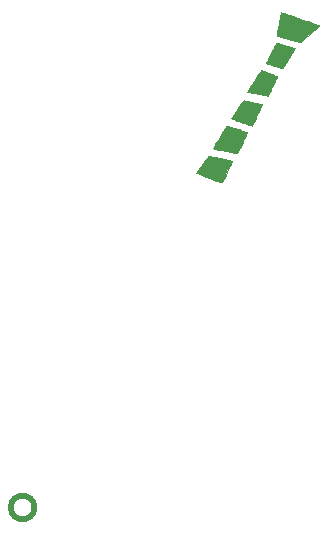
<source format=gbr>
G04 #@! TF.GenerationSoftware,KiCad,Pcbnew,(5.1.2-1)-1*
G04 #@! TF.CreationDate,2019-06-10T18:00:08-04:00*
G04 #@! TF.ProjectId,dc4044,64633430-3434-42e6-9b69-6361645f7063,rev?*
G04 #@! TF.SameCoordinates,Original*
G04 #@! TF.FileFunction,Legend,Top*
G04 #@! TF.FilePolarity,Positive*
%FSLAX46Y46*%
G04 Gerber Fmt 4.6, Leading zero omitted, Abs format (unit mm)*
G04 Created by KiCad (PCBNEW (5.1.2-1)-1) date 2019-06-10 18:00:08*
%MOMM*%
%LPD*%
G04 APERTURE LIST*
%ADD10C,0.010000*%
%ADD11C,0.500000*%
%ADD12C,2.127200*%
%ADD13O,2.127200X2.127200*%
%ADD14R,2.127200X2.127200*%
G04 APERTURE END LIST*
D10*
G36*
X176770158Y-91645627D02*
G01*
X176834609Y-91659623D01*
X176932017Y-91680432D01*
X177058137Y-91707158D01*
X177208722Y-91738902D01*
X177379527Y-91774768D01*
X177566307Y-91813858D01*
X177750046Y-91852198D01*
X177946663Y-91893280D01*
X178130258Y-91931859D01*
X178296742Y-91967059D01*
X178442024Y-91998007D01*
X178562016Y-92023826D01*
X178652627Y-92043642D01*
X178709768Y-92056579D01*
X178729328Y-92061706D01*
X178721991Y-92081637D01*
X178698293Y-92136099D01*
X178659953Y-92221343D01*
X178608691Y-92333622D01*
X178546226Y-92469188D01*
X178474279Y-92624294D01*
X178394569Y-92795192D01*
X178308817Y-92978135D01*
X178307266Y-92981436D01*
X178192409Y-93224516D01*
X178094295Y-93429250D01*
X178012703Y-93596077D01*
X177947409Y-93725438D01*
X177898192Y-93817772D01*
X177864830Y-93873519D01*
X177847101Y-93893117D01*
X177846567Y-93893155D01*
X177821246Y-93885595D01*
X177760157Y-93864282D01*
X177667062Y-93830613D01*
X177545724Y-93785981D01*
X177399904Y-93731783D01*
X177233365Y-93669412D01*
X177049870Y-93600265D01*
X176853180Y-93525736D01*
X176756484Y-93488954D01*
X176555722Y-93412428D01*
X176367162Y-93340432D01*
X176194456Y-93274367D01*
X176041258Y-93215638D01*
X175911221Y-93165647D01*
X175807998Y-93125798D01*
X175735244Y-93097495D01*
X175696611Y-93082140D01*
X175691241Y-93079766D01*
X175701587Y-93061784D01*
X175733990Y-93012927D01*
X175785951Y-92936802D01*
X175854970Y-92837014D01*
X175938545Y-92717171D01*
X176034176Y-92580879D01*
X176139363Y-92431745D01*
X176196252Y-92351382D01*
X176330752Y-92162369D01*
X176443107Y-92006232D01*
X176534959Y-91880831D01*
X176607952Y-91784025D01*
X176663730Y-91713673D01*
X176703935Y-91667634D01*
X176730212Y-91643769D01*
X176742910Y-91639343D01*
X176770158Y-91645627D01*
X176770158Y-91645627D01*
G37*
X176770158Y-91645627D02*
X176834609Y-91659623D01*
X176932017Y-91680432D01*
X177058137Y-91707158D01*
X177208722Y-91738902D01*
X177379527Y-91774768D01*
X177566307Y-91813858D01*
X177750046Y-91852198D01*
X177946663Y-91893280D01*
X178130258Y-91931859D01*
X178296742Y-91967059D01*
X178442024Y-91998007D01*
X178562016Y-92023826D01*
X178652627Y-92043642D01*
X178709768Y-92056579D01*
X178729328Y-92061706D01*
X178721991Y-92081637D01*
X178698293Y-92136099D01*
X178659953Y-92221343D01*
X178608691Y-92333622D01*
X178546226Y-92469188D01*
X178474279Y-92624294D01*
X178394569Y-92795192D01*
X178308817Y-92978135D01*
X178307266Y-92981436D01*
X178192409Y-93224516D01*
X178094295Y-93429250D01*
X178012703Y-93596077D01*
X177947409Y-93725438D01*
X177898192Y-93817772D01*
X177864830Y-93873519D01*
X177847101Y-93893117D01*
X177846567Y-93893155D01*
X177821246Y-93885595D01*
X177760157Y-93864282D01*
X177667062Y-93830613D01*
X177545724Y-93785981D01*
X177399904Y-93731783D01*
X177233365Y-93669412D01*
X177049870Y-93600265D01*
X176853180Y-93525736D01*
X176756484Y-93488954D01*
X176555722Y-93412428D01*
X176367162Y-93340432D01*
X176194456Y-93274367D01*
X176041258Y-93215638D01*
X175911221Y-93165647D01*
X175807998Y-93125798D01*
X175735244Y-93097495D01*
X175696611Y-93082140D01*
X175691241Y-93079766D01*
X175701587Y-93061784D01*
X175733990Y-93012927D01*
X175785951Y-92936802D01*
X175854970Y-92837014D01*
X175938545Y-92717171D01*
X176034176Y-92580879D01*
X176139363Y-92431745D01*
X176196252Y-92351382D01*
X176330752Y-92162369D01*
X176443107Y-92006232D01*
X176534959Y-91880831D01*
X176607952Y-91784025D01*
X176663730Y-91713673D01*
X176703935Y-91667634D01*
X176730212Y-91643769D01*
X176742910Y-91639343D01*
X176770158Y-91645627D01*
G36*
X178277652Y-89081129D02*
G01*
X178332843Y-89098133D01*
X178418201Y-89125230D01*
X178528729Y-89160776D01*
X178659426Y-89203128D01*
X178805297Y-89250643D01*
X178961341Y-89301679D01*
X179122561Y-89354591D01*
X179283958Y-89407736D01*
X179440535Y-89459472D01*
X179587293Y-89508154D01*
X179719234Y-89552140D01*
X179831359Y-89589787D01*
X179918671Y-89619451D01*
X179976171Y-89639489D01*
X179998861Y-89648258D01*
X179998970Y-89648348D01*
X179992934Y-89669496D01*
X179970482Y-89724085D01*
X179933798Y-89807523D01*
X179885063Y-89915223D01*
X179826461Y-90042594D01*
X179760174Y-90185046D01*
X179688383Y-90337991D01*
X179613272Y-90496838D01*
X179537024Y-90656998D01*
X179461820Y-90813882D01*
X179389843Y-90962899D01*
X179323275Y-91099461D01*
X179264299Y-91218978D01*
X179215098Y-91316860D01*
X179177853Y-91388518D01*
X179154748Y-91429362D01*
X179148317Y-91437211D01*
X179123981Y-91432638D01*
X179062291Y-91420186D01*
X178967315Y-91400698D01*
X178843125Y-91375018D01*
X178693791Y-91343991D01*
X178523381Y-91308460D01*
X178335967Y-91269269D01*
X178135618Y-91227263D01*
X178111150Y-91222126D01*
X177910122Y-91179855D01*
X177722048Y-91140199D01*
X177550923Y-91104009D01*
X177400741Y-91072134D01*
X177275494Y-91045423D01*
X177179178Y-91024727D01*
X177115785Y-91010895D01*
X177089311Y-91004778D01*
X177088788Y-91004593D01*
X177098647Y-90986702D01*
X177128082Y-90936708D01*
X177174639Y-90858656D01*
X177235865Y-90756595D01*
X177309308Y-90634571D01*
X177392516Y-90496631D01*
X177483036Y-90346823D01*
X177578415Y-90189193D01*
X177676200Y-90027789D01*
X177773939Y-89866658D01*
X177869180Y-89709846D01*
X177959470Y-89561402D01*
X178042356Y-89425371D01*
X178115385Y-89305802D01*
X178176106Y-89206741D01*
X178222065Y-89132235D01*
X178250809Y-89086331D01*
X178257625Y-89075862D01*
X178277652Y-89081129D01*
X178277652Y-89081129D01*
G37*
X178277652Y-89081129D02*
X178332843Y-89098133D01*
X178418201Y-89125230D01*
X178528729Y-89160776D01*
X178659426Y-89203128D01*
X178805297Y-89250643D01*
X178961341Y-89301679D01*
X179122561Y-89354591D01*
X179283958Y-89407736D01*
X179440535Y-89459472D01*
X179587293Y-89508154D01*
X179719234Y-89552140D01*
X179831359Y-89589787D01*
X179918671Y-89619451D01*
X179976171Y-89639489D01*
X179998861Y-89648258D01*
X179998970Y-89648348D01*
X179992934Y-89669496D01*
X179970482Y-89724085D01*
X179933798Y-89807523D01*
X179885063Y-89915223D01*
X179826461Y-90042594D01*
X179760174Y-90185046D01*
X179688383Y-90337991D01*
X179613272Y-90496838D01*
X179537024Y-90656998D01*
X179461820Y-90813882D01*
X179389843Y-90962899D01*
X179323275Y-91099461D01*
X179264299Y-91218978D01*
X179215098Y-91316860D01*
X179177853Y-91388518D01*
X179154748Y-91429362D01*
X179148317Y-91437211D01*
X179123981Y-91432638D01*
X179062291Y-91420186D01*
X178967315Y-91400698D01*
X178843125Y-91375018D01*
X178693791Y-91343991D01*
X178523381Y-91308460D01*
X178335967Y-91269269D01*
X178135618Y-91227263D01*
X178111150Y-91222126D01*
X177910122Y-91179855D01*
X177722048Y-91140199D01*
X177550923Y-91104009D01*
X177400741Y-91072134D01*
X177275494Y-91045423D01*
X177179178Y-91024727D01*
X177115785Y-91010895D01*
X177089311Y-91004778D01*
X177088788Y-91004593D01*
X177098647Y-90986702D01*
X177128082Y-90936708D01*
X177174639Y-90858656D01*
X177235865Y-90756595D01*
X177309308Y-90634571D01*
X177392516Y-90496631D01*
X177483036Y-90346823D01*
X177578415Y-90189193D01*
X177676200Y-90027789D01*
X177773939Y-89866658D01*
X177869180Y-89709846D01*
X177959470Y-89561402D01*
X178042356Y-89425371D01*
X178115385Y-89305802D01*
X178176106Y-89206741D01*
X178222065Y-89132235D01*
X178250809Y-89086331D01*
X178257625Y-89075862D01*
X178277652Y-89081129D01*
G36*
X179721156Y-86944660D02*
G01*
X179782304Y-86954275D01*
X179873299Y-86971368D01*
X179988500Y-86994663D01*
X180122268Y-87022886D01*
X180268961Y-87054760D01*
X180422938Y-87089011D01*
X180578560Y-87124364D01*
X180730184Y-87159544D01*
X180872172Y-87193275D01*
X180998881Y-87224283D01*
X181104672Y-87251292D01*
X181183903Y-87273027D01*
X181230935Y-87288214D01*
X181240826Y-87293127D01*
X181234341Y-87313419D01*
X181211697Y-87367284D01*
X181175050Y-87450130D01*
X181126557Y-87557365D01*
X181068375Y-87684396D01*
X181002660Y-87826630D01*
X180931569Y-87979475D01*
X180857260Y-88138339D01*
X180781888Y-88298630D01*
X180707611Y-88455754D01*
X180636585Y-88605120D01*
X180570968Y-88742135D01*
X180512915Y-88862207D01*
X180464585Y-88960742D01*
X180428133Y-89033150D01*
X180405716Y-89074838D01*
X180400281Y-89082889D01*
X180380273Y-89076862D01*
X180324280Y-89058426D01*
X180236346Y-89028950D01*
X180120516Y-88989804D01*
X179980831Y-88942357D01*
X179821337Y-88887979D01*
X179646077Y-88828039D01*
X179510052Y-88781402D01*
X179325653Y-88718036D01*
X179153981Y-88658891D01*
X178999096Y-88605378D01*
X178865060Y-88558907D01*
X178755936Y-88520887D01*
X178675783Y-88492731D01*
X178628665Y-88475847D01*
X178617465Y-88471454D01*
X178627480Y-88453143D01*
X178659155Y-88404684D01*
X178709486Y-88330332D01*
X178775471Y-88234344D01*
X178854103Y-88120978D01*
X178942380Y-87994490D01*
X179037298Y-87859136D01*
X179135852Y-87719175D01*
X179235040Y-87578862D01*
X179331855Y-87442454D01*
X179423296Y-87314209D01*
X179506357Y-87198382D01*
X179578036Y-87099232D01*
X179635327Y-87021015D01*
X179675227Y-86967987D01*
X179694732Y-86944405D01*
X179695497Y-86943796D01*
X179721156Y-86944660D01*
X179721156Y-86944660D01*
G37*
X179721156Y-86944660D02*
X179782304Y-86954275D01*
X179873299Y-86971368D01*
X179988500Y-86994663D01*
X180122268Y-87022886D01*
X180268961Y-87054760D01*
X180422938Y-87089011D01*
X180578560Y-87124364D01*
X180730184Y-87159544D01*
X180872172Y-87193275D01*
X180998881Y-87224283D01*
X181104672Y-87251292D01*
X181183903Y-87273027D01*
X181230935Y-87288214D01*
X181240826Y-87293127D01*
X181234341Y-87313419D01*
X181211697Y-87367284D01*
X181175050Y-87450130D01*
X181126557Y-87557365D01*
X181068375Y-87684396D01*
X181002660Y-87826630D01*
X180931569Y-87979475D01*
X180857260Y-88138339D01*
X180781888Y-88298630D01*
X180707611Y-88455754D01*
X180636585Y-88605120D01*
X180570968Y-88742135D01*
X180512915Y-88862207D01*
X180464585Y-88960742D01*
X180428133Y-89033150D01*
X180405716Y-89074838D01*
X180400281Y-89082889D01*
X180380273Y-89076862D01*
X180324280Y-89058426D01*
X180236346Y-89028950D01*
X180120516Y-88989804D01*
X179980831Y-88942357D01*
X179821337Y-88887979D01*
X179646077Y-88828039D01*
X179510052Y-88781402D01*
X179325653Y-88718036D01*
X179153981Y-88658891D01*
X178999096Y-88605378D01*
X178865060Y-88558907D01*
X178755936Y-88520887D01*
X178675783Y-88492731D01*
X178628665Y-88475847D01*
X178617465Y-88471454D01*
X178627480Y-88453143D01*
X178659155Y-88404684D01*
X178709486Y-88330332D01*
X178775471Y-88234344D01*
X178854103Y-88120978D01*
X178942380Y-87994490D01*
X179037298Y-87859136D01*
X179135852Y-87719175D01*
X179235040Y-87578862D01*
X179331855Y-87442454D01*
X179423296Y-87314209D01*
X179506357Y-87198382D01*
X179578036Y-87099232D01*
X179635327Y-87021015D01*
X179675227Y-86967987D01*
X179694732Y-86944405D01*
X179695497Y-86943796D01*
X179721156Y-86944660D01*
G36*
X181211023Y-84381140D02*
G01*
X181268733Y-84401255D01*
X181356378Y-84433585D01*
X181469279Y-84476360D01*
X181602756Y-84527813D01*
X181752131Y-84586176D01*
X181870090Y-84632750D01*
X182077869Y-84716011D01*
X182246023Y-84785307D01*
X182374843Y-84840767D01*
X182464624Y-84882521D01*
X182515658Y-84910699D01*
X182528738Y-84924410D01*
X182517993Y-84951115D01*
X182491310Y-85010055D01*
X182451008Y-85096457D01*
X182399400Y-85205546D01*
X182338804Y-85332549D01*
X182271534Y-85472692D01*
X182199907Y-85621201D01*
X182126237Y-85773303D01*
X182052842Y-85924224D01*
X181982036Y-86069189D01*
X181916135Y-86203425D01*
X181857455Y-86322158D01*
X181808312Y-86420615D01*
X181771020Y-86494021D01*
X181747897Y-86537603D01*
X181741234Y-86547844D01*
X181718831Y-86543481D01*
X181659317Y-86531909D01*
X181567137Y-86513992D01*
X181446735Y-86490594D01*
X181302558Y-86462579D01*
X181139049Y-86430810D01*
X180960654Y-86396151D01*
X180889238Y-86382277D01*
X180706157Y-86346459D01*
X180536168Y-86312723D01*
X180383739Y-86281989D01*
X180253334Y-86255179D01*
X180149418Y-86233216D01*
X180076456Y-86217022D01*
X180038914Y-86207518D01*
X180034866Y-86205854D01*
X180031484Y-86202969D01*
X180029385Y-86199337D01*
X180030287Y-86192148D01*
X180035911Y-86178591D01*
X180047973Y-86155855D01*
X180068194Y-86121128D01*
X180098293Y-86071598D01*
X180139988Y-86004455D01*
X180194997Y-85916888D01*
X180265041Y-85806084D01*
X180351838Y-85669233D01*
X180457107Y-85503524D01*
X180582567Y-85306144D01*
X180645958Y-85206417D01*
X180753204Y-85038136D01*
X180853815Y-84881125D01*
X180945472Y-84738943D01*
X181025852Y-84615152D01*
X181092636Y-84513311D01*
X181143501Y-84436982D01*
X181176127Y-84389725D01*
X181187928Y-84375006D01*
X181211023Y-84381140D01*
X181211023Y-84381140D01*
G37*
X181211023Y-84381140D02*
X181268733Y-84401255D01*
X181356378Y-84433585D01*
X181469279Y-84476360D01*
X181602756Y-84527813D01*
X181752131Y-84586176D01*
X181870090Y-84632750D01*
X182077869Y-84716011D01*
X182246023Y-84785307D01*
X182374843Y-84840767D01*
X182464624Y-84882521D01*
X182515658Y-84910699D01*
X182528738Y-84924410D01*
X182517993Y-84951115D01*
X182491310Y-85010055D01*
X182451008Y-85096457D01*
X182399400Y-85205546D01*
X182338804Y-85332549D01*
X182271534Y-85472692D01*
X182199907Y-85621201D01*
X182126237Y-85773303D01*
X182052842Y-85924224D01*
X181982036Y-86069189D01*
X181916135Y-86203425D01*
X181857455Y-86322158D01*
X181808312Y-86420615D01*
X181771020Y-86494021D01*
X181747897Y-86537603D01*
X181741234Y-86547844D01*
X181718831Y-86543481D01*
X181659317Y-86531909D01*
X181567137Y-86513992D01*
X181446735Y-86490594D01*
X181302558Y-86462579D01*
X181139049Y-86430810D01*
X180960654Y-86396151D01*
X180889238Y-86382277D01*
X180706157Y-86346459D01*
X180536168Y-86312723D01*
X180383739Y-86281989D01*
X180253334Y-86255179D01*
X180149418Y-86233216D01*
X180076456Y-86217022D01*
X180038914Y-86207518D01*
X180034866Y-86205854D01*
X180031484Y-86202969D01*
X180029385Y-86199337D01*
X180030287Y-86192148D01*
X180035911Y-86178591D01*
X180047973Y-86155855D01*
X180068194Y-86121128D01*
X180098293Y-86071598D01*
X180139988Y-86004455D01*
X180194997Y-85916888D01*
X180265041Y-85806084D01*
X180351838Y-85669233D01*
X180457107Y-85503524D01*
X180582567Y-85306144D01*
X180645958Y-85206417D01*
X180753204Y-85038136D01*
X180853815Y-84881125D01*
X180945472Y-84738943D01*
X181025852Y-84615152D01*
X181092636Y-84513311D01*
X181143501Y-84436982D01*
X181176127Y-84389725D01*
X181187928Y-84375006D01*
X181211023Y-84381140D01*
G36*
X182484596Y-82078937D02*
G01*
X182542280Y-82091950D01*
X182629696Y-82114121D01*
X182741453Y-82143899D01*
X182872157Y-82179731D01*
X183016416Y-82220065D01*
X183168836Y-82263349D01*
X183324026Y-82308032D01*
X183476592Y-82352561D01*
X183621142Y-82395384D01*
X183752282Y-82434950D01*
X183864620Y-82469706D01*
X183952763Y-82498101D01*
X184011319Y-82518583D01*
X184034482Y-82529156D01*
X184026150Y-82548655D01*
X183997786Y-82599568D01*
X183952071Y-82677586D01*
X183891685Y-82778399D01*
X183819309Y-82897697D01*
X183737623Y-83031169D01*
X183649309Y-83174507D01*
X183557046Y-83323399D01*
X183463516Y-83473537D01*
X183371399Y-83620609D01*
X183283375Y-83760306D01*
X183202125Y-83888318D01*
X183130330Y-84000335D01*
X183070671Y-84092048D01*
X183025827Y-84159145D01*
X182998480Y-84197317D01*
X182993206Y-84203368D01*
X182970405Y-84200611D01*
X182911816Y-84186922D01*
X182822184Y-84163593D01*
X182706250Y-84131914D01*
X182568759Y-84093177D01*
X182414452Y-84048674D01*
X182280984Y-84009460D01*
X182099173Y-83954905D01*
X181939645Y-83905606D01*
X181805776Y-83862685D01*
X181700937Y-83827264D01*
X181628504Y-83800465D01*
X181591849Y-83783409D01*
X181587953Y-83779018D01*
X181598664Y-83755120D01*
X181626457Y-83698357D01*
X181668924Y-83613417D01*
X181723660Y-83504985D01*
X181788259Y-83377746D01*
X181860315Y-83236387D01*
X181937422Y-83085593D01*
X182017175Y-82930050D01*
X182097167Y-82774443D01*
X182174993Y-82623459D01*
X182248247Y-82481782D01*
X182314523Y-82354099D01*
X182371414Y-82245096D01*
X182416516Y-82159457D01*
X182447422Y-82101870D01*
X182461727Y-82077019D01*
X182462038Y-82076633D01*
X182484596Y-82078937D01*
X182484596Y-82078937D01*
G37*
X182484596Y-82078937D02*
X182542280Y-82091950D01*
X182629696Y-82114121D01*
X182741453Y-82143899D01*
X182872157Y-82179731D01*
X183016416Y-82220065D01*
X183168836Y-82263349D01*
X183324026Y-82308032D01*
X183476592Y-82352561D01*
X183621142Y-82395384D01*
X183752282Y-82434950D01*
X183864620Y-82469706D01*
X183952763Y-82498101D01*
X184011319Y-82518583D01*
X184034482Y-82529156D01*
X184026150Y-82548655D01*
X183997786Y-82599568D01*
X183952071Y-82677586D01*
X183891685Y-82778399D01*
X183819309Y-82897697D01*
X183737623Y-83031169D01*
X183649309Y-83174507D01*
X183557046Y-83323399D01*
X183463516Y-83473537D01*
X183371399Y-83620609D01*
X183283375Y-83760306D01*
X183202125Y-83888318D01*
X183130330Y-84000335D01*
X183070671Y-84092048D01*
X183025827Y-84159145D01*
X182998480Y-84197317D01*
X182993206Y-84203368D01*
X182970405Y-84200611D01*
X182911816Y-84186922D01*
X182822184Y-84163593D01*
X182706250Y-84131914D01*
X182568759Y-84093177D01*
X182414452Y-84048674D01*
X182280984Y-84009460D01*
X182099173Y-83954905D01*
X181939645Y-83905606D01*
X181805776Y-83862685D01*
X181700937Y-83827264D01*
X181628504Y-83800465D01*
X181591849Y-83783409D01*
X181587953Y-83779018D01*
X181598664Y-83755120D01*
X181626457Y-83698357D01*
X181668924Y-83613417D01*
X181723660Y-83504985D01*
X181788259Y-83377746D01*
X181860315Y-83236387D01*
X181937422Y-83085593D01*
X182017175Y-82930050D01*
X182097167Y-82774443D01*
X182174993Y-82623459D01*
X182248247Y-82481782D01*
X182314523Y-82354099D01*
X182371414Y-82245096D01*
X182416516Y-82159457D01*
X182447422Y-82101870D01*
X182461727Y-82077019D01*
X182462038Y-82076633D01*
X182484596Y-82078937D01*
G36*
X182888581Y-79503144D02*
G01*
X182945213Y-79520188D01*
X183034589Y-79548597D01*
X183153076Y-79587134D01*
X183297041Y-79634564D01*
X183462851Y-79689653D01*
X183646874Y-79751166D01*
X183845477Y-79817867D01*
X184055027Y-79888521D01*
X184271891Y-79961894D01*
X184492436Y-80036751D01*
X184713031Y-80111856D01*
X184930041Y-80185974D01*
X185139835Y-80257871D01*
X185338779Y-80326311D01*
X185523241Y-80390060D01*
X185689588Y-80447882D01*
X185834187Y-80498542D01*
X185953405Y-80540806D01*
X186043610Y-80573438D01*
X186101169Y-80595203D01*
X186122449Y-80604867D01*
X186122495Y-80605003D01*
X186117886Y-80611228D01*
X186102848Y-80626214D01*
X186075694Y-80651434D01*
X186034736Y-80688360D01*
X185978286Y-80738467D01*
X185904656Y-80803227D01*
X185812161Y-80884113D01*
X185699110Y-80982599D01*
X185563819Y-81100157D01*
X185404597Y-81238261D01*
X185219759Y-81398385D01*
X185007617Y-81582000D01*
X184766483Y-81790581D01*
X184546337Y-81980932D01*
X184482317Y-82036280D01*
X183494076Y-81758682D01*
X183297212Y-81703209D01*
X183112942Y-81650951D01*
X182945248Y-81603059D01*
X182798111Y-81560687D01*
X182675512Y-81524988D01*
X182581432Y-81497115D01*
X182519852Y-81478219D01*
X182494754Y-81469455D01*
X182494444Y-81469228D01*
X182496727Y-81447596D01*
X182506186Y-81389377D01*
X182521881Y-81299529D01*
X182542870Y-81183014D01*
X182568212Y-81044790D01*
X182596966Y-80889819D01*
X182628191Y-80723059D01*
X182660947Y-80549471D01*
X182694291Y-80374014D01*
X182727282Y-80201650D01*
X182758981Y-80037337D01*
X182788445Y-79886035D01*
X182814733Y-79752705D01*
X182836905Y-79642306D01*
X182854020Y-79559799D01*
X182865135Y-79510143D01*
X182868326Y-79498698D01*
X182888581Y-79503144D01*
X182888581Y-79503144D01*
G37*
X182888581Y-79503144D02*
X182945213Y-79520188D01*
X183034589Y-79548597D01*
X183153076Y-79587134D01*
X183297041Y-79634564D01*
X183462851Y-79689653D01*
X183646874Y-79751166D01*
X183845477Y-79817867D01*
X184055027Y-79888521D01*
X184271891Y-79961894D01*
X184492436Y-80036751D01*
X184713031Y-80111856D01*
X184930041Y-80185974D01*
X185139835Y-80257871D01*
X185338779Y-80326311D01*
X185523241Y-80390060D01*
X185689588Y-80447882D01*
X185834187Y-80498542D01*
X185953405Y-80540806D01*
X186043610Y-80573438D01*
X186101169Y-80595203D01*
X186122449Y-80604867D01*
X186122495Y-80605003D01*
X186117886Y-80611228D01*
X186102848Y-80626214D01*
X186075694Y-80651434D01*
X186034736Y-80688360D01*
X185978286Y-80738467D01*
X185904656Y-80803227D01*
X185812161Y-80884113D01*
X185699110Y-80982599D01*
X185563819Y-81100157D01*
X185404597Y-81238261D01*
X185219759Y-81398385D01*
X185007617Y-81582000D01*
X184766483Y-81790581D01*
X184546337Y-81980932D01*
X184482317Y-82036280D01*
X183494076Y-81758682D01*
X183297212Y-81703209D01*
X183112942Y-81650951D01*
X182945248Y-81603059D01*
X182798111Y-81560687D01*
X182675512Y-81524988D01*
X182581432Y-81497115D01*
X182519852Y-81478219D01*
X182494754Y-81469455D01*
X182494444Y-81469228D01*
X182496727Y-81447596D01*
X182506186Y-81389377D01*
X182521881Y-81299529D01*
X182542870Y-81183014D01*
X182568212Y-81044790D01*
X182596966Y-80889819D01*
X182628191Y-80723059D01*
X182660947Y-80549471D01*
X182694291Y-80374014D01*
X182727282Y-80201650D01*
X182758981Y-80037337D01*
X182788445Y-79886035D01*
X182814733Y-79752705D01*
X182836905Y-79642306D01*
X182854020Y-79559799D01*
X182865135Y-79510143D01*
X182868326Y-79498698D01*
X182888581Y-79503144D01*
D11*
X161985200Y-121412000D02*
G75*
G03X161985200Y-121412000I-1000000J0D01*
G01*
%LPC*%
D10*
G36*
X152622711Y-99961198D02*
G01*
X152801047Y-100001264D01*
X152958259Y-100073644D01*
X153097195Y-100179636D01*
X153220700Y-100320541D01*
X153331622Y-100497659D01*
X153430067Y-100705726D01*
X153532637Y-100966939D01*
X153627501Y-101243309D01*
X153715190Y-101537598D01*
X153796239Y-101852570D01*
X153871180Y-102190985D01*
X153940547Y-102555607D01*
X154004872Y-102949197D01*
X154064689Y-103374518D01*
X154120531Y-103834332D01*
X154172930Y-104331401D01*
X154213321Y-104764417D01*
X154251735Y-105213198D01*
X154284352Y-105628560D01*
X154311548Y-106018965D01*
X154333702Y-106392875D01*
X154351191Y-106758752D01*
X154364391Y-107125059D01*
X154373681Y-107500256D01*
X154379437Y-107892806D01*
X154382037Y-108311170D01*
X154382259Y-108553250D01*
X154381674Y-108861661D01*
X154380235Y-109131587D01*
X154377741Y-109366874D01*
X154373990Y-109571363D01*
X154368781Y-109748901D01*
X154361913Y-109903330D01*
X154353183Y-110038495D01*
X154342391Y-110158239D01*
X154329334Y-110266407D01*
X154313812Y-110366843D01*
X154295621Y-110463390D01*
X154277784Y-110545832D01*
X154247004Y-110660242D01*
X154210075Y-110743440D01*
X154158883Y-110806505D01*
X154085312Y-110860511D01*
X154020992Y-110896346D01*
X153868729Y-110967445D01*
X153676629Y-111043370D01*
X153446863Y-111123704D01*
X153181601Y-111208030D01*
X152883013Y-111295933D01*
X152553270Y-111386996D01*
X152194543Y-111480802D01*
X151809001Y-111576934D01*
X151398817Y-111674977D01*
X150966159Y-111774513D01*
X150513199Y-111875127D01*
X150042107Y-111976401D01*
X149555054Y-112077919D01*
X149054209Y-112179265D01*
X148541745Y-112280022D01*
X148019830Y-112379773D01*
X147490636Y-112478103D01*
X146956334Y-112574594D01*
X146419092Y-112668830D01*
X145881083Y-112760394D01*
X145344477Y-112848870D01*
X144811444Y-112933842D01*
X144284154Y-113014892D01*
X143764779Y-113091605D01*
X143255488Y-113163564D01*
X142758452Y-113230352D01*
X142275843Y-113291553D01*
X141809829Y-113346750D01*
X141362582Y-113395527D01*
X140936272Y-113437468D01*
X140646150Y-113462978D01*
X140546304Y-113470543D01*
X140410338Y-113479734D01*
X140244418Y-113490191D01*
X140054710Y-113501552D01*
X139847381Y-113513453D01*
X139628597Y-113525532D01*
X139404523Y-113537429D01*
X139206817Y-113547510D01*
X138991703Y-113558318D01*
X138783399Y-113568909D01*
X138586936Y-113579018D01*
X138407342Y-113588381D01*
X138249647Y-113596735D01*
X138118879Y-113603813D01*
X138020068Y-113609354D01*
X137958244Y-113613091D01*
X137956093Y-113613234D01*
X137763703Y-113626108D01*
X137551439Y-113301596D01*
X137478797Y-113189152D01*
X137410303Y-113080590D01*
X137351046Y-112984168D01*
X137306115Y-112908141D01*
X137283973Y-112867685D01*
X137200616Y-112686775D01*
X137113559Y-112468635D01*
X137024070Y-112218079D01*
X136933415Y-111939919D01*
X136842860Y-111638967D01*
X136753671Y-111320036D01*
X136667115Y-110987938D01*
X136584458Y-110647485D01*
X136506968Y-110303490D01*
X136435909Y-109960765D01*
X136372549Y-109624123D01*
X136318155Y-109298375D01*
X136285055Y-109071834D01*
X136270567Y-108943214D01*
X136264864Y-108872155D01*
X137340022Y-108872155D01*
X137369460Y-109045111D01*
X137421148Y-109176812D01*
X137509568Y-109312613D01*
X137622889Y-109414586D01*
X137760338Y-109483486D01*
X137856045Y-109520233D01*
X137979204Y-109571285D01*
X138119421Y-109631974D01*
X138266304Y-109697635D01*
X138409459Y-109763604D01*
X138538492Y-109825214D01*
X138643011Y-109877800D01*
X138666105Y-109890076D01*
X138962987Y-110058758D01*
X139229997Y-110229110D01*
X139479065Y-110409495D01*
X139722120Y-110608275D01*
X139841817Y-110714183D01*
X140038119Y-110890048D01*
X140209034Y-111038909D01*
X140358776Y-111164026D01*
X140491559Y-111268659D01*
X140611597Y-111356069D01*
X140723102Y-111429516D01*
X140830289Y-111492260D01*
X140885140Y-111521442D01*
X141008740Y-111578772D01*
X141105655Y-111608290D01*
X141180757Y-111610401D01*
X141238919Y-111585511D01*
X141271078Y-111553625D01*
X141305692Y-111482089D01*
X141313053Y-111388524D01*
X141292709Y-111271603D01*
X141244212Y-111130000D01*
X141237156Y-111114661D01*
X144297902Y-111114661D01*
X144316535Y-111245439D01*
X144319414Y-111256329D01*
X144345458Y-111312668D01*
X144386668Y-111367460D01*
X144431685Y-111407868D01*
X144465436Y-111421334D01*
X144487250Y-111407248D01*
X144525707Y-111371731D01*
X144544329Y-111352542D01*
X144615310Y-111266759D01*
X144702617Y-111142895D01*
X144806318Y-110980833D01*
X144926481Y-110780460D01*
X145063173Y-110541660D01*
X145216461Y-110264319D01*
X145386413Y-109948321D01*
X145534424Y-109667602D01*
X145764150Y-109241413D01*
X145990867Y-108848248D01*
X146220169Y-108479681D01*
X146457651Y-108127286D01*
X146708904Y-107782637D01*
X146979524Y-107437308D01*
X147161260Y-107217057D01*
X147434885Y-106900221D01*
X147717124Y-106591617D01*
X148011568Y-106287953D01*
X148321806Y-105985938D01*
X148651429Y-105682280D01*
X149004028Y-105373689D01*
X149383191Y-105056873D01*
X149792509Y-104728539D01*
X150235573Y-104385398D01*
X150319317Y-104321706D01*
X150620197Y-104091437D01*
X150896397Y-103875918D01*
X151146643Y-103676232D01*
X151369662Y-103493462D01*
X151564180Y-103328689D01*
X151728924Y-103182998D01*
X151862620Y-103057470D01*
X151963996Y-102953189D01*
X152031777Y-102871238D01*
X152041254Y-102857526D01*
X152094341Y-102742748D01*
X152110188Y-102621346D01*
X152092543Y-102497296D01*
X152045151Y-102374575D01*
X151971758Y-102257156D01*
X151876111Y-102149016D01*
X151761955Y-102054131D01*
X151633037Y-101976475D01*
X151493102Y-101920025D01*
X151345898Y-101888756D01*
X151195169Y-101886644D01*
X151134234Y-101894944D01*
X150948873Y-101943162D01*
X150740699Y-102023413D01*
X150512093Y-102133709D01*
X150265438Y-102272064D01*
X150003116Y-102436492D01*
X149727509Y-102625006D01*
X149441000Y-102835619D01*
X149145970Y-103066345D01*
X148844803Y-103315198D01*
X148539880Y-103580190D01*
X148233584Y-103859336D01*
X147928297Y-104150649D01*
X147626402Y-104452143D01*
X147330280Y-104761830D01*
X147042314Y-105077725D01*
X146764887Y-105397840D01*
X146500380Y-105720190D01*
X146411170Y-105833334D01*
X146228488Y-106075607D01*
X146060591Y-106316226D01*
X145903208Y-106562467D01*
X145752069Y-106821610D01*
X145602905Y-107100932D01*
X145451446Y-107407711D01*
X145314514Y-107702545D01*
X145160200Y-108053068D01*
X145015834Y-108401219D01*
X144882229Y-108744100D01*
X144760196Y-109078812D01*
X144650546Y-109402457D01*
X144554091Y-109712138D01*
X144471643Y-110004956D01*
X144404012Y-110278012D01*
X144352012Y-110528409D01*
X144316452Y-110753248D01*
X144298145Y-110949632D01*
X144297902Y-111114661D01*
X141237156Y-111114661D01*
X141167110Y-110962391D01*
X141060953Y-110767448D01*
X140931380Y-110553500D01*
X140749511Y-110276551D01*
X140544910Y-109985852D01*
X140323332Y-109688522D01*
X140090535Y-109391678D01*
X139852275Y-109102441D01*
X139614308Y-108827928D01*
X139382390Y-108575258D01*
X139162278Y-108351549D01*
X139110404Y-108301586D01*
X138947044Y-108153762D01*
X138800956Y-108039519D01*
X138666840Y-107956626D01*
X138539397Y-107902849D01*
X138413326Y-107875959D01*
X138283327Y-107873722D01*
X138144099Y-107893907D01*
X138142876Y-107894165D01*
X137947081Y-107955346D01*
X137773358Y-108052176D01*
X137618421Y-108186512D01*
X137610440Y-108194961D01*
X137486229Y-108353667D01*
X137399216Y-108522234D01*
X137350211Y-108696463D01*
X137340022Y-108872155D01*
X136264864Y-108872155D01*
X136258352Y-108791040D01*
X136248631Y-108623841D01*
X136241628Y-108450149D01*
X136237567Y-108278492D01*
X136236669Y-108117400D01*
X136239159Y-107975404D01*
X136245261Y-107861035D01*
X136251822Y-107801834D01*
X136281610Y-107663714D01*
X136329024Y-107536453D01*
X136397614Y-107415547D01*
X136490927Y-107296493D01*
X136612512Y-107174789D01*
X136765918Y-107045931D01*
X136954692Y-106905417D01*
X136962791Y-106899659D01*
X137139506Y-106777693D01*
X137333490Y-106650630D01*
X137546736Y-106517368D01*
X137781234Y-106376805D01*
X138038976Y-106227838D01*
X138321953Y-106069363D01*
X138632157Y-105900280D01*
X138971577Y-105719484D01*
X139342207Y-105525873D01*
X139746036Y-105318345D01*
X140185057Y-105095798D01*
X140561484Y-104906937D01*
X141153145Y-104613190D01*
X141748040Y-104321553D01*
X142344366Y-104032798D01*
X142940323Y-103747701D01*
X143534108Y-103467034D01*
X144123921Y-103191572D01*
X144707960Y-102922088D01*
X145284425Y-102659357D01*
X145851512Y-102404152D01*
X146407422Y-102157247D01*
X146950353Y-101919416D01*
X147478504Y-101691432D01*
X147990073Y-101474071D01*
X148483259Y-101268104D01*
X148956261Y-101074307D01*
X149407277Y-100893454D01*
X149834506Y-100726317D01*
X150236147Y-100573671D01*
X150610399Y-100436290D01*
X150955459Y-100314948D01*
X151269528Y-100210418D01*
X151550802Y-100123475D01*
X151797482Y-100054891D01*
X151932489Y-100021877D01*
X152191278Y-99972804D01*
X152420403Y-99952145D01*
X152622711Y-99961198D01*
X152622711Y-99961198D01*
G37*
X152622711Y-99961198D02*
X152801047Y-100001264D01*
X152958259Y-100073644D01*
X153097195Y-100179636D01*
X153220700Y-100320541D01*
X153331622Y-100497659D01*
X153430067Y-100705726D01*
X153532637Y-100966939D01*
X153627501Y-101243309D01*
X153715190Y-101537598D01*
X153796239Y-101852570D01*
X153871180Y-102190985D01*
X153940547Y-102555607D01*
X154004872Y-102949197D01*
X154064689Y-103374518D01*
X154120531Y-103834332D01*
X154172930Y-104331401D01*
X154213321Y-104764417D01*
X154251735Y-105213198D01*
X154284352Y-105628560D01*
X154311548Y-106018965D01*
X154333702Y-106392875D01*
X154351191Y-106758752D01*
X154364391Y-107125059D01*
X154373681Y-107500256D01*
X154379437Y-107892806D01*
X154382037Y-108311170D01*
X154382259Y-108553250D01*
X154381674Y-108861661D01*
X154380235Y-109131587D01*
X154377741Y-109366874D01*
X154373990Y-109571363D01*
X154368781Y-109748901D01*
X154361913Y-109903330D01*
X154353183Y-110038495D01*
X154342391Y-110158239D01*
X154329334Y-110266407D01*
X154313812Y-110366843D01*
X154295621Y-110463390D01*
X154277784Y-110545832D01*
X154247004Y-110660242D01*
X154210075Y-110743440D01*
X154158883Y-110806505D01*
X154085312Y-110860511D01*
X154020992Y-110896346D01*
X153868729Y-110967445D01*
X153676629Y-111043370D01*
X153446863Y-111123704D01*
X153181601Y-111208030D01*
X152883013Y-111295933D01*
X152553270Y-111386996D01*
X152194543Y-111480802D01*
X151809001Y-111576934D01*
X151398817Y-111674977D01*
X150966159Y-111774513D01*
X150513199Y-111875127D01*
X150042107Y-111976401D01*
X149555054Y-112077919D01*
X149054209Y-112179265D01*
X148541745Y-112280022D01*
X148019830Y-112379773D01*
X147490636Y-112478103D01*
X146956334Y-112574594D01*
X146419092Y-112668830D01*
X145881083Y-112760394D01*
X145344477Y-112848870D01*
X144811444Y-112933842D01*
X144284154Y-113014892D01*
X143764779Y-113091605D01*
X143255488Y-113163564D01*
X142758452Y-113230352D01*
X142275843Y-113291553D01*
X141809829Y-113346750D01*
X141362582Y-113395527D01*
X140936272Y-113437468D01*
X140646150Y-113462978D01*
X140546304Y-113470543D01*
X140410338Y-113479734D01*
X140244418Y-113490191D01*
X140054710Y-113501552D01*
X139847381Y-113513453D01*
X139628597Y-113525532D01*
X139404523Y-113537429D01*
X139206817Y-113547510D01*
X138991703Y-113558318D01*
X138783399Y-113568909D01*
X138586936Y-113579018D01*
X138407342Y-113588381D01*
X138249647Y-113596735D01*
X138118879Y-113603813D01*
X138020068Y-113609354D01*
X137958244Y-113613091D01*
X137956093Y-113613234D01*
X137763703Y-113626108D01*
X137551439Y-113301596D01*
X137478797Y-113189152D01*
X137410303Y-113080590D01*
X137351046Y-112984168D01*
X137306115Y-112908141D01*
X137283973Y-112867685D01*
X137200616Y-112686775D01*
X137113559Y-112468635D01*
X137024070Y-112218079D01*
X136933415Y-111939919D01*
X136842860Y-111638967D01*
X136753671Y-111320036D01*
X136667115Y-110987938D01*
X136584458Y-110647485D01*
X136506968Y-110303490D01*
X136435909Y-109960765D01*
X136372549Y-109624123D01*
X136318155Y-109298375D01*
X136285055Y-109071834D01*
X136270567Y-108943214D01*
X136264864Y-108872155D01*
X137340022Y-108872155D01*
X137369460Y-109045111D01*
X137421148Y-109176812D01*
X137509568Y-109312613D01*
X137622889Y-109414586D01*
X137760338Y-109483486D01*
X137856045Y-109520233D01*
X137979204Y-109571285D01*
X138119421Y-109631974D01*
X138266304Y-109697635D01*
X138409459Y-109763604D01*
X138538492Y-109825214D01*
X138643011Y-109877800D01*
X138666105Y-109890076D01*
X138962987Y-110058758D01*
X139229997Y-110229110D01*
X139479065Y-110409495D01*
X139722120Y-110608275D01*
X139841817Y-110714183D01*
X140038119Y-110890048D01*
X140209034Y-111038909D01*
X140358776Y-111164026D01*
X140491559Y-111268659D01*
X140611597Y-111356069D01*
X140723102Y-111429516D01*
X140830289Y-111492260D01*
X140885140Y-111521442D01*
X141008740Y-111578772D01*
X141105655Y-111608290D01*
X141180757Y-111610401D01*
X141238919Y-111585511D01*
X141271078Y-111553625D01*
X141305692Y-111482089D01*
X141313053Y-111388524D01*
X141292709Y-111271603D01*
X141244212Y-111130000D01*
X141237156Y-111114661D01*
X144297902Y-111114661D01*
X144316535Y-111245439D01*
X144319414Y-111256329D01*
X144345458Y-111312668D01*
X144386668Y-111367460D01*
X144431685Y-111407868D01*
X144465436Y-111421334D01*
X144487250Y-111407248D01*
X144525707Y-111371731D01*
X144544329Y-111352542D01*
X144615310Y-111266759D01*
X144702617Y-111142895D01*
X144806318Y-110980833D01*
X144926481Y-110780460D01*
X145063173Y-110541660D01*
X145216461Y-110264319D01*
X145386413Y-109948321D01*
X145534424Y-109667602D01*
X145764150Y-109241413D01*
X145990867Y-108848248D01*
X146220169Y-108479681D01*
X146457651Y-108127286D01*
X146708904Y-107782637D01*
X146979524Y-107437308D01*
X147161260Y-107217057D01*
X147434885Y-106900221D01*
X147717124Y-106591617D01*
X148011568Y-106287953D01*
X148321806Y-105985938D01*
X148651429Y-105682280D01*
X149004028Y-105373689D01*
X149383191Y-105056873D01*
X149792509Y-104728539D01*
X150235573Y-104385398D01*
X150319317Y-104321706D01*
X150620197Y-104091437D01*
X150896397Y-103875918D01*
X151146643Y-103676232D01*
X151369662Y-103493462D01*
X151564180Y-103328689D01*
X151728924Y-103182998D01*
X151862620Y-103057470D01*
X151963996Y-102953189D01*
X152031777Y-102871238D01*
X152041254Y-102857526D01*
X152094341Y-102742748D01*
X152110188Y-102621346D01*
X152092543Y-102497296D01*
X152045151Y-102374575D01*
X151971758Y-102257156D01*
X151876111Y-102149016D01*
X151761955Y-102054131D01*
X151633037Y-101976475D01*
X151493102Y-101920025D01*
X151345898Y-101888756D01*
X151195169Y-101886644D01*
X151134234Y-101894944D01*
X150948873Y-101943162D01*
X150740699Y-102023413D01*
X150512093Y-102133709D01*
X150265438Y-102272064D01*
X150003116Y-102436492D01*
X149727509Y-102625006D01*
X149441000Y-102835619D01*
X149145970Y-103066345D01*
X148844803Y-103315198D01*
X148539880Y-103580190D01*
X148233584Y-103859336D01*
X147928297Y-104150649D01*
X147626402Y-104452143D01*
X147330280Y-104761830D01*
X147042314Y-105077725D01*
X146764887Y-105397840D01*
X146500380Y-105720190D01*
X146411170Y-105833334D01*
X146228488Y-106075607D01*
X146060591Y-106316226D01*
X145903208Y-106562467D01*
X145752069Y-106821610D01*
X145602905Y-107100932D01*
X145451446Y-107407711D01*
X145314514Y-107702545D01*
X145160200Y-108053068D01*
X145015834Y-108401219D01*
X144882229Y-108744100D01*
X144760196Y-109078812D01*
X144650546Y-109402457D01*
X144554091Y-109712138D01*
X144471643Y-110004956D01*
X144404012Y-110278012D01*
X144352012Y-110528409D01*
X144316452Y-110753248D01*
X144298145Y-110949632D01*
X144297902Y-111114661D01*
X141237156Y-111114661D01*
X141167110Y-110962391D01*
X141060953Y-110767448D01*
X140931380Y-110553500D01*
X140749511Y-110276551D01*
X140544910Y-109985852D01*
X140323332Y-109688522D01*
X140090535Y-109391678D01*
X139852275Y-109102441D01*
X139614308Y-108827928D01*
X139382390Y-108575258D01*
X139162278Y-108351549D01*
X139110404Y-108301586D01*
X138947044Y-108153762D01*
X138800956Y-108039519D01*
X138666840Y-107956626D01*
X138539397Y-107902849D01*
X138413326Y-107875959D01*
X138283327Y-107873722D01*
X138144099Y-107893907D01*
X138142876Y-107894165D01*
X137947081Y-107955346D01*
X137773358Y-108052176D01*
X137618421Y-108186512D01*
X137610440Y-108194961D01*
X137486229Y-108353667D01*
X137399216Y-108522234D01*
X137350211Y-108696463D01*
X137340022Y-108872155D01*
X136264864Y-108872155D01*
X136258352Y-108791040D01*
X136248631Y-108623841D01*
X136241628Y-108450149D01*
X136237567Y-108278492D01*
X136236669Y-108117400D01*
X136239159Y-107975404D01*
X136245261Y-107861035D01*
X136251822Y-107801834D01*
X136281610Y-107663714D01*
X136329024Y-107536453D01*
X136397614Y-107415547D01*
X136490927Y-107296493D01*
X136612512Y-107174789D01*
X136765918Y-107045931D01*
X136954692Y-106905417D01*
X136962791Y-106899659D01*
X137139506Y-106777693D01*
X137333490Y-106650630D01*
X137546736Y-106517368D01*
X137781234Y-106376805D01*
X138038976Y-106227838D01*
X138321953Y-106069363D01*
X138632157Y-105900280D01*
X138971577Y-105719484D01*
X139342207Y-105525873D01*
X139746036Y-105318345D01*
X140185057Y-105095798D01*
X140561484Y-104906937D01*
X141153145Y-104613190D01*
X141748040Y-104321553D01*
X142344366Y-104032798D01*
X142940323Y-103747701D01*
X143534108Y-103467034D01*
X144123921Y-103191572D01*
X144707960Y-102922088D01*
X145284425Y-102659357D01*
X145851512Y-102404152D01*
X146407422Y-102157247D01*
X146950353Y-101919416D01*
X147478504Y-101691432D01*
X147990073Y-101474071D01*
X148483259Y-101268104D01*
X148956261Y-101074307D01*
X149407277Y-100893454D01*
X149834506Y-100726317D01*
X150236147Y-100573671D01*
X150610399Y-100436290D01*
X150955459Y-100314948D01*
X151269528Y-100210418D01*
X151550802Y-100123475D01*
X151797482Y-100054891D01*
X151932489Y-100021877D01*
X152191278Y-99972804D01*
X152420403Y-99952145D01*
X152622711Y-99961198D01*
G36*
X174925827Y-96003979D02*
G01*
X174996498Y-96028602D01*
X175088021Y-96071271D01*
X175205553Y-96133722D01*
X175329735Y-96203645D01*
X175669194Y-96397755D01*
X175717679Y-96352206D01*
X175795686Y-96305531D01*
X175885537Y-96292890D01*
X175972560Y-96315979D01*
X175982683Y-96321565D01*
X176039251Y-96370220D01*
X176064905Y-96435556D01*
X176062751Y-96526103D01*
X176061109Y-96536972D01*
X176055989Y-96580500D01*
X176063044Y-96609776D01*
X176089953Y-96635123D01*
X176144392Y-96666861D01*
X176166634Y-96678847D01*
X176259141Y-96737081D01*
X176330897Y-96799198D01*
X176375068Y-96858394D01*
X176385988Y-96897333D01*
X176367027Y-96966351D01*
X176317790Y-97031863D01*
X176249303Y-97081064D01*
X176216643Y-97094028D01*
X176172785Y-97105446D01*
X176135869Y-97107262D01*
X176094511Y-97096772D01*
X176037328Y-97071270D01*
X175964638Y-97034137D01*
X175799413Y-96948246D01*
X175638410Y-97167893D01*
X175571893Y-97255041D01*
X175508121Y-97332233D01*
X175454124Y-97391354D01*
X175416931Y-97424289D01*
X175415566Y-97425147D01*
X175353724Y-97462755D01*
X175426417Y-97536419D01*
X175478516Y-97599632D01*
X175530558Y-97678931D01*
X175553803Y-97721851D01*
X175584482Y-97792092D01*
X175599113Y-97853197D01*
X175601199Y-97925157D01*
X175598308Y-97976020D01*
X175568331Y-98133273D01*
X175502137Y-98268936D01*
X175399202Y-98383830D01*
X175288835Y-98462058D01*
X175232470Y-98491119D01*
X175175039Y-98509572D01*
X175102873Y-98520497D01*
X175002305Y-98526972D01*
X175000188Y-98527065D01*
X174903762Y-98528526D01*
X174814084Y-98525105D01*
X174746284Y-98517532D01*
X174730742Y-98514096D01*
X174680973Y-98502749D01*
X174662554Y-98507064D01*
X174664622Y-98522099D01*
X174666053Y-98561768D01*
X174653787Y-98614884D01*
X174644039Y-98648208D01*
X174647375Y-98672678D01*
X174670382Y-98696340D01*
X174719643Y-98727238D01*
X174768165Y-98754623D01*
X174840211Y-98798571D01*
X174900139Y-98841694D01*
X174935453Y-98874963D01*
X174936275Y-98876101D01*
X174966312Y-98951783D01*
X174955985Y-99029972D01*
X174906207Y-99103783D01*
X174906028Y-99103962D01*
X174834585Y-99153134D01*
X174750853Y-99167471D01*
X174651078Y-99146852D01*
X174532578Y-99091750D01*
X174466452Y-99055431D01*
X174416104Y-99029014D01*
X174391583Y-99017757D01*
X174390970Y-99017667D01*
X174375886Y-99033877D01*
X174341719Y-99077945D01*
X174293635Y-99143026D01*
X174240150Y-99217542D01*
X174177193Y-99303276D01*
X174116235Y-99380928D01*
X174065031Y-99440908D01*
X174036052Y-99469936D01*
X173973638Y-99522453D01*
X174052727Y-99561102D01*
X174112191Y-99602730D01*
X174152238Y-99663373D01*
X174174835Y-99749039D01*
X174181951Y-99865733D01*
X174179808Y-99949000D01*
X174162554Y-100104115D01*
X174124239Y-100231846D01*
X174060549Y-100343691D01*
X174007025Y-100409436D01*
X173907608Y-100491409D01*
X173781589Y-100553558D01*
X173641413Y-100592407D01*
X173499527Y-100604481D01*
X173371007Y-100587039D01*
X173317289Y-100574266D01*
X173284100Y-100570262D01*
X173280179Y-100571333D01*
X173287481Y-100590463D01*
X173314813Y-100628641D01*
X173323721Y-100639551D01*
X173406481Y-100765266D01*
X173467042Y-100912242D01*
X173488252Y-100997979D01*
X173494103Y-101140386D01*
X173462812Y-101292836D01*
X173396021Y-101448410D01*
X173370937Y-101491991D01*
X173289075Y-101606163D01*
X173193668Y-101706436D01*
X173091167Y-101788657D01*
X172988020Y-101848675D01*
X172890675Y-101882338D01*
X172805582Y-101885494D01*
X172774037Y-101876299D01*
X172739109Y-101858040D01*
X172676924Y-101822303D01*
X172596071Y-101774131D01*
X172505137Y-101718570D01*
X172498870Y-101714692D01*
X172402134Y-101656127D01*
X172279861Y-101584137D01*
X172143724Y-101505482D01*
X172005399Y-101426921D01*
X171909317Y-101373278D01*
X171793950Y-101308345D01*
X171688563Y-101246990D01*
X171599928Y-101193317D01*
X171534817Y-101151430D01*
X171500002Y-101125432D01*
X171499539Y-101124983D01*
X171455519Y-101053445D01*
X171438784Y-100979899D01*
X171438294Y-100970243D01*
X172046719Y-100970243D01*
X172263768Y-101091563D01*
X172374350Y-101154179D01*
X172494502Y-101223505D01*
X172606192Y-101289084D01*
X172660734Y-101321735D01*
X172738215Y-101367832D01*
X172801902Y-101404263D01*
X172843361Y-101426285D01*
X172854332Y-101430626D01*
X172875301Y-101416133D01*
X172912370Y-101379485D01*
X172931107Y-101358809D01*
X172978886Y-101292169D01*
X173021493Y-101213112D01*
X173031425Y-101189475D01*
X173052824Y-101127546D01*
X173057667Y-101082984D01*
X173046054Y-101034237D01*
X173032330Y-100996893D01*
X172970231Y-100890292D01*
X172878876Y-100809173D01*
X172765442Y-100757465D01*
X172637107Y-100739096D01*
X172569520Y-100743651D01*
X172495833Y-100762008D01*
X172398039Y-100798191D01*
X172287977Y-100847661D01*
X172254530Y-100864317D01*
X172046719Y-100970243D01*
X171438294Y-100970243D01*
X171435479Y-100914822D01*
X171447508Y-100872640D01*
X171478145Y-100836805D01*
X171526273Y-100798804D01*
X171602904Y-100746463D01*
X171699071Y-100685139D01*
X171805805Y-100620191D01*
X171914140Y-100556980D01*
X172015109Y-100500864D01*
X172099743Y-100457202D01*
X172152734Y-100433659D01*
X172360752Y-100369574D01*
X172559701Y-100337151D01*
X172743409Y-100337048D01*
X172864894Y-100357899D01*
X172972447Y-100385798D01*
X172879701Y-100271930D01*
X172820187Y-100190681D01*
X172758516Y-100093678D01*
X172715023Y-100015226D01*
X172630560Y-99817765D01*
X172584718Y-99637395D01*
X172577481Y-99473908D01*
X172608833Y-99327094D01*
X172655906Y-99230603D01*
X172695002Y-99162916D01*
X172724971Y-99102320D01*
X172736523Y-99071320D01*
X172775510Y-98996454D01*
X172843485Y-98945153D01*
X172930422Y-98924549D01*
X172942906Y-98924504D01*
X173016001Y-98937098D01*
X173104222Y-98967645D01*
X173193839Y-99009619D01*
X173271121Y-99056494D01*
X173322337Y-99101742D01*
X173325957Y-99106577D01*
X173355483Y-99180464D01*
X173349482Y-99255755D01*
X173313402Y-99323225D01*
X173252694Y-99373647D01*
X173172806Y-99397796D01*
X173153428Y-99398667D01*
X173093682Y-99404860D01*
X173050865Y-99420150D01*
X173045967Y-99424067D01*
X173021837Y-99476167D01*
X173021108Y-99553785D01*
X173040985Y-99649183D01*
X173078672Y-99754626D01*
X173131373Y-99862377D01*
X173196291Y-99964699D01*
X173270632Y-100053857D01*
X173275266Y-100058554D01*
X173370899Y-100142255D01*
X173455636Y-100188475D01*
X173534398Y-100199000D01*
X173606141Y-100178535D01*
X173667260Y-100132947D01*
X173708857Y-100061050D01*
X173732612Y-99958356D01*
X173740200Y-99820382D01*
X173740201Y-99819989D01*
X173742811Y-99718531D01*
X173753578Y-99649757D01*
X173776969Y-99604178D01*
X173817452Y-99572306D01*
X173867669Y-99549290D01*
X173901938Y-99534170D01*
X173898225Y-99528325D01*
X173875380Y-99527009D01*
X173806600Y-99504177D01*
X173742078Y-99441542D01*
X173684157Y-99341594D01*
X173670163Y-99309050D01*
X173643272Y-99246371D01*
X173601972Y-99154770D01*
X173550465Y-99043350D01*
X173492952Y-98921214D01*
X173442874Y-98816584D01*
X173398044Y-98722643D01*
X173868543Y-98722643D01*
X173903558Y-98796071D01*
X173934573Y-98850767D01*
X173959630Y-98866543D01*
X173983776Y-98845356D01*
X173992411Y-98830573D01*
X173999906Y-98801675D01*
X173980006Y-98778241D01*
X173940893Y-98757144D01*
X173868543Y-98722643D01*
X173398044Y-98722643D01*
X173386758Y-98698995D01*
X173336186Y-98590622D01*
X173294464Y-98498741D01*
X173264900Y-98430629D01*
X173251043Y-98394418D01*
X173244738Y-98304060D01*
X173271383Y-98211482D01*
X173325765Y-98132778D01*
X173340091Y-98119629D01*
X173383770Y-98087756D01*
X173427791Y-98069401D01*
X173477678Y-98065982D01*
X173538953Y-98078918D01*
X173617141Y-98109627D01*
X173717765Y-98159528D01*
X173846349Y-98230037D01*
X173909469Y-98265824D01*
X174258621Y-98464954D01*
X174306802Y-98419691D01*
X174354982Y-98374428D01*
X174245331Y-98306793D01*
X174125738Y-98220135D01*
X174012467Y-98114727D01*
X173916640Y-98002123D01*
X173850828Y-97896859D01*
X173818050Y-97820923D01*
X173800437Y-97749976D01*
X173793951Y-97664535D01*
X173793865Y-97654560D01*
X174225247Y-97654560D01*
X174256944Y-97740586D01*
X174323158Y-97829491D01*
X174420670Y-97917360D01*
X174546261Y-98000276D01*
X174607758Y-98033261D01*
X174759448Y-98100568D01*
X174885272Y-98136133D01*
X174987187Y-98140121D01*
X175067152Y-98112695D01*
X175110775Y-98075284D01*
X175150929Y-98003127D01*
X175150644Y-97924085D01*
X175109804Y-97835989D01*
X175096794Y-97817141D01*
X175030013Y-97744366D01*
X174936403Y-97668094D01*
X174825776Y-97593932D01*
X174707941Y-97527485D01*
X174592711Y-97474360D01*
X174489894Y-97440164D01*
X174419627Y-97430167D01*
X174345323Y-97449272D01*
X174278556Y-97499359D01*
X174233399Y-97569582D01*
X174231286Y-97575329D01*
X174225247Y-97654560D01*
X173793865Y-97654560D01*
X173793570Y-97620667D01*
X173799491Y-97509144D01*
X173820604Y-97420694D01*
X173862954Y-97340135D01*
X173932584Y-97252287D01*
X173946362Y-97236870D01*
X174028344Y-97158514D01*
X174114627Y-97105351D01*
X174216432Y-97072720D01*
X174344982Y-97055960D01*
X174388050Y-97053441D01*
X174557062Y-97055364D01*
X174707240Y-97080986D01*
X174855099Y-97134159D01*
X174960989Y-97187061D01*
X175091662Y-97258252D01*
X175063104Y-97190751D01*
X175045479Y-97151529D01*
X175012772Y-97081025D01*
X174968217Y-96986120D01*
X174915048Y-96873698D01*
X174856500Y-96750642D01*
X174842474Y-96721267D01*
X174825300Y-96684478D01*
X175310273Y-96684478D01*
X175317018Y-96704508D01*
X175336568Y-96758140D01*
X175343304Y-96779738D01*
X175358577Y-96804594D01*
X175383236Y-96793021D01*
X175408567Y-96758965D01*
X175412400Y-96743056D01*
X175395110Y-96716530D01*
X175356950Y-96692031D01*
X175319065Y-96677121D01*
X175310273Y-96684478D01*
X174825300Y-96684478D01*
X174780541Y-96588603D01*
X174727959Y-96469952D01*
X174687147Y-96371178D01*
X174660521Y-96298146D01*
X174650501Y-96256720D01*
X174650479Y-96255601D01*
X174667883Y-96175482D01*
X174713137Y-96094135D01*
X174776083Y-96028968D01*
X174787383Y-96021031D01*
X174826425Y-96001929D01*
X174870855Y-95995667D01*
X174925827Y-96003979D01*
X174925827Y-96003979D01*
G37*
X174925827Y-96003979D02*
X174996498Y-96028602D01*
X175088021Y-96071271D01*
X175205553Y-96133722D01*
X175329735Y-96203645D01*
X175669194Y-96397755D01*
X175717679Y-96352206D01*
X175795686Y-96305531D01*
X175885537Y-96292890D01*
X175972560Y-96315979D01*
X175982683Y-96321565D01*
X176039251Y-96370220D01*
X176064905Y-96435556D01*
X176062751Y-96526103D01*
X176061109Y-96536972D01*
X176055989Y-96580500D01*
X176063044Y-96609776D01*
X176089953Y-96635123D01*
X176144392Y-96666861D01*
X176166634Y-96678847D01*
X176259141Y-96737081D01*
X176330897Y-96799198D01*
X176375068Y-96858394D01*
X176385988Y-96897333D01*
X176367027Y-96966351D01*
X176317790Y-97031863D01*
X176249303Y-97081064D01*
X176216643Y-97094028D01*
X176172785Y-97105446D01*
X176135869Y-97107262D01*
X176094511Y-97096772D01*
X176037328Y-97071270D01*
X175964638Y-97034137D01*
X175799413Y-96948246D01*
X175638410Y-97167893D01*
X175571893Y-97255041D01*
X175508121Y-97332233D01*
X175454124Y-97391354D01*
X175416931Y-97424289D01*
X175415566Y-97425147D01*
X175353724Y-97462755D01*
X175426417Y-97536419D01*
X175478516Y-97599632D01*
X175530558Y-97678931D01*
X175553803Y-97721851D01*
X175584482Y-97792092D01*
X175599113Y-97853197D01*
X175601199Y-97925157D01*
X175598308Y-97976020D01*
X175568331Y-98133273D01*
X175502137Y-98268936D01*
X175399202Y-98383830D01*
X175288835Y-98462058D01*
X175232470Y-98491119D01*
X175175039Y-98509572D01*
X175102873Y-98520497D01*
X175002305Y-98526972D01*
X175000188Y-98527065D01*
X174903762Y-98528526D01*
X174814084Y-98525105D01*
X174746284Y-98517532D01*
X174730742Y-98514096D01*
X174680973Y-98502749D01*
X174662554Y-98507064D01*
X174664622Y-98522099D01*
X174666053Y-98561768D01*
X174653787Y-98614884D01*
X174644039Y-98648208D01*
X174647375Y-98672678D01*
X174670382Y-98696340D01*
X174719643Y-98727238D01*
X174768165Y-98754623D01*
X174840211Y-98798571D01*
X174900139Y-98841694D01*
X174935453Y-98874963D01*
X174936275Y-98876101D01*
X174966312Y-98951783D01*
X174955985Y-99029972D01*
X174906207Y-99103783D01*
X174906028Y-99103962D01*
X174834585Y-99153134D01*
X174750853Y-99167471D01*
X174651078Y-99146852D01*
X174532578Y-99091750D01*
X174466452Y-99055431D01*
X174416104Y-99029014D01*
X174391583Y-99017757D01*
X174390970Y-99017667D01*
X174375886Y-99033877D01*
X174341719Y-99077945D01*
X174293635Y-99143026D01*
X174240150Y-99217542D01*
X174177193Y-99303276D01*
X174116235Y-99380928D01*
X174065031Y-99440908D01*
X174036052Y-99469936D01*
X173973638Y-99522453D01*
X174052727Y-99561102D01*
X174112191Y-99602730D01*
X174152238Y-99663373D01*
X174174835Y-99749039D01*
X174181951Y-99865733D01*
X174179808Y-99949000D01*
X174162554Y-100104115D01*
X174124239Y-100231846D01*
X174060549Y-100343691D01*
X174007025Y-100409436D01*
X173907608Y-100491409D01*
X173781589Y-100553558D01*
X173641413Y-100592407D01*
X173499527Y-100604481D01*
X173371007Y-100587039D01*
X173317289Y-100574266D01*
X173284100Y-100570262D01*
X173280179Y-100571333D01*
X173287481Y-100590463D01*
X173314813Y-100628641D01*
X173323721Y-100639551D01*
X173406481Y-100765266D01*
X173467042Y-100912242D01*
X173488252Y-100997979D01*
X173494103Y-101140386D01*
X173462812Y-101292836D01*
X173396021Y-101448410D01*
X173370937Y-101491991D01*
X173289075Y-101606163D01*
X173193668Y-101706436D01*
X173091167Y-101788657D01*
X172988020Y-101848675D01*
X172890675Y-101882338D01*
X172805582Y-101885494D01*
X172774037Y-101876299D01*
X172739109Y-101858040D01*
X172676924Y-101822303D01*
X172596071Y-101774131D01*
X172505137Y-101718570D01*
X172498870Y-101714692D01*
X172402134Y-101656127D01*
X172279861Y-101584137D01*
X172143724Y-101505482D01*
X172005399Y-101426921D01*
X171909317Y-101373278D01*
X171793950Y-101308345D01*
X171688563Y-101246990D01*
X171599928Y-101193317D01*
X171534817Y-101151430D01*
X171500002Y-101125432D01*
X171499539Y-101124983D01*
X171455519Y-101053445D01*
X171438784Y-100979899D01*
X171438294Y-100970243D01*
X172046719Y-100970243D01*
X172263768Y-101091563D01*
X172374350Y-101154179D01*
X172494502Y-101223505D01*
X172606192Y-101289084D01*
X172660734Y-101321735D01*
X172738215Y-101367832D01*
X172801902Y-101404263D01*
X172843361Y-101426285D01*
X172854332Y-101430626D01*
X172875301Y-101416133D01*
X172912370Y-101379485D01*
X172931107Y-101358809D01*
X172978886Y-101292169D01*
X173021493Y-101213112D01*
X173031425Y-101189475D01*
X173052824Y-101127546D01*
X173057667Y-101082984D01*
X173046054Y-101034237D01*
X173032330Y-100996893D01*
X172970231Y-100890292D01*
X172878876Y-100809173D01*
X172765442Y-100757465D01*
X172637107Y-100739096D01*
X172569520Y-100743651D01*
X172495833Y-100762008D01*
X172398039Y-100798191D01*
X172287977Y-100847661D01*
X172254530Y-100864317D01*
X172046719Y-100970243D01*
X171438294Y-100970243D01*
X171435479Y-100914822D01*
X171447508Y-100872640D01*
X171478145Y-100836805D01*
X171526273Y-100798804D01*
X171602904Y-100746463D01*
X171699071Y-100685139D01*
X171805805Y-100620191D01*
X171914140Y-100556980D01*
X172015109Y-100500864D01*
X172099743Y-100457202D01*
X172152734Y-100433659D01*
X172360752Y-100369574D01*
X172559701Y-100337151D01*
X172743409Y-100337048D01*
X172864894Y-100357899D01*
X172972447Y-100385798D01*
X172879701Y-100271930D01*
X172820187Y-100190681D01*
X172758516Y-100093678D01*
X172715023Y-100015226D01*
X172630560Y-99817765D01*
X172584718Y-99637395D01*
X172577481Y-99473908D01*
X172608833Y-99327094D01*
X172655906Y-99230603D01*
X172695002Y-99162916D01*
X172724971Y-99102320D01*
X172736523Y-99071320D01*
X172775510Y-98996454D01*
X172843485Y-98945153D01*
X172930422Y-98924549D01*
X172942906Y-98924504D01*
X173016001Y-98937098D01*
X173104222Y-98967645D01*
X173193839Y-99009619D01*
X173271121Y-99056494D01*
X173322337Y-99101742D01*
X173325957Y-99106577D01*
X173355483Y-99180464D01*
X173349482Y-99255755D01*
X173313402Y-99323225D01*
X173252694Y-99373647D01*
X173172806Y-99397796D01*
X173153428Y-99398667D01*
X173093682Y-99404860D01*
X173050865Y-99420150D01*
X173045967Y-99424067D01*
X173021837Y-99476167D01*
X173021108Y-99553785D01*
X173040985Y-99649183D01*
X173078672Y-99754626D01*
X173131373Y-99862377D01*
X173196291Y-99964699D01*
X173270632Y-100053857D01*
X173275266Y-100058554D01*
X173370899Y-100142255D01*
X173455636Y-100188475D01*
X173534398Y-100199000D01*
X173606141Y-100178535D01*
X173667260Y-100132947D01*
X173708857Y-100061050D01*
X173732612Y-99958356D01*
X173740200Y-99820382D01*
X173740201Y-99819989D01*
X173742811Y-99718531D01*
X173753578Y-99649757D01*
X173776969Y-99604178D01*
X173817452Y-99572306D01*
X173867669Y-99549290D01*
X173901938Y-99534170D01*
X173898225Y-99528325D01*
X173875380Y-99527009D01*
X173806600Y-99504177D01*
X173742078Y-99441542D01*
X173684157Y-99341594D01*
X173670163Y-99309050D01*
X173643272Y-99246371D01*
X173601972Y-99154770D01*
X173550465Y-99043350D01*
X173492952Y-98921214D01*
X173442874Y-98816584D01*
X173398044Y-98722643D01*
X173868543Y-98722643D01*
X173903558Y-98796071D01*
X173934573Y-98850767D01*
X173959630Y-98866543D01*
X173983776Y-98845356D01*
X173992411Y-98830573D01*
X173999906Y-98801675D01*
X173980006Y-98778241D01*
X173940893Y-98757144D01*
X173868543Y-98722643D01*
X173398044Y-98722643D01*
X173386758Y-98698995D01*
X173336186Y-98590622D01*
X173294464Y-98498741D01*
X173264900Y-98430629D01*
X173251043Y-98394418D01*
X173244738Y-98304060D01*
X173271383Y-98211482D01*
X173325765Y-98132778D01*
X173340091Y-98119629D01*
X173383770Y-98087756D01*
X173427791Y-98069401D01*
X173477678Y-98065982D01*
X173538953Y-98078918D01*
X173617141Y-98109627D01*
X173717765Y-98159528D01*
X173846349Y-98230037D01*
X173909469Y-98265824D01*
X174258621Y-98464954D01*
X174306802Y-98419691D01*
X174354982Y-98374428D01*
X174245331Y-98306793D01*
X174125738Y-98220135D01*
X174012467Y-98114727D01*
X173916640Y-98002123D01*
X173850828Y-97896859D01*
X173818050Y-97820923D01*
X173800437Y-97749976D01*
X173793951Y-97664535D01*
X173793865Y-97654560D01*
X174225247Y-97654560D01*
X174256944Y-97740586D01*
X174323158Y-97829491D01*
X174420670Y-97917360D01*
X174546261Y-98000276D01*
X174607758Y-98033261D01*
X174759448Y-98100568D01*
X174885272Y-98136133D01*
X174987187Y-98140121D01*
X175067152Y-98112695D01*
X175110775Y-98075284D01*
X175150929Y-98003127D01*
X175150644Y-97924085D01*
X175109804Y-97835989D01*
X175096794Y-97817141D01*
X175030013Y-97744366D01*
X174936403Y-97668094D01*
X174825776Y-97593932D01*
X174707941Y-97527485D01*
X174592711Y-97474360D01*
X174489894Y-97440164D01*
X174419627Y-97430167D01*
X174345323Y-97449272D01*
X174278556Y-97499359D01*
X174233399Y-97569582D01*
X174231286Y-97575329D01*
X174225247Y-97654560D01*
X173793865Y-97654560D01*
X173793570Y-97620667D01*
X173799491Y-97509144D01*
X173820604Y-97420694D01*
X173862954Y-97340135D01*
X173932584Y-97252287D01*
X173946362Y-97236870D01*
X174028344Y-97158514D01*
X174114627Y-97105351D01*
X174216432Y-97072720D01*
X174344982Y-97055960D01*
X174388050Y-97053441D01*
X174557062Y-97055364D01*
X174707240Y-97080986D01*
X174855099Y-97134159D01*
X174960989Y-97187061D01*
X175091662Y-97258252D01*
X175063104Y-97190751D01*
X175045479Y-97151529D01*
X175012772Y-97081025D01*
X174968217Y-96986120D01*
X174915048Y-96873698D01*
X174856500Y-96750642D01*
X174842474Y-96721267D01*
X174825300Y-96684478D01*
X175310273Y-96684478D01*
X175317018Y-96704508D01*
X175336568Y-96758140D01*
X175343304Y-96779738D01*
X175358577Y-96804594D01*
X175383236Y-96793021D01*
X175408567Y-96758965D01*
X175412400Y-96743056D01*
X175395110Y-96716530D01*
X175356950Y-96692031D01*
X175319065Y-96677121D01*
X175310273Y-96684478D01*
X174825300Y-96684478D01*
X174780541Y-96588603D01*
X174727959Y-96469952D01*
X174687147Y-96371178D01*
X174660521Y-96298146D01*
X174650501Y-96256720D01*
X174650479Y-96255601D01*
X174667883Y-96175482D01*
X174713137Y-96094135D01*
X174776083Y-96028968D01*
X174787383Y-96021031D01*
X174826425Y-96001929D01*
X174870855Y-95995667D01*
X174925827Y-96003979D01*
G36*
X171917430Y-90985071D02*
G01*
X171938572Y-90997406D01*
X171993888Y-91031025D01*
X172081621Y-91084837D01*
X172200017Y-91157752D01*
X172347322Y-91248678D01*
X172521780Y-91356525D01*
X172721636Y-91480201D01*
X172945135Y-91618616D01*
X173190522Y-91770678D01*
X173456043Y-91935296D01*
X173739941Y-92111380D01*
X174040464Y-92297838D01*
X174355854Y-92493580D01*
X174684357Y-92697514D01*
X175024219Y-92908549D01*
X175373684Y-93125595D01*
X175730998Y-93347560D01*
X176094405Y-93573354D01*
X176462150Y-93801885D01*
X176832478Y-94032063D01*
X177203635Y-94262796D01*
X177573866Y-94492993D01*
X177941414Y-94721564D01*
X178304526Y-94947417D01*
X178661447Y-95169462D01*
X179010421Y-95386607D01*
X179349693Y-95597761D01*
X179677509Y-95801834D01*
X179992113Y-95997735D01*
X180291751Y-96184371D01*
X180574667Y-96360654D01*
X180839107Y-96525490D01*
X181083315Y-96677790D01*
X181305537Y-96816463D01*
X181504018Y-96940417D01*
X181677002Y-97048561D01*
X181822734Y-97139804D01*
X181939460Y-97213057D01*
X182025425Y-97267226D01*
X182078873Y-97301222D01*
X182097986Y-97313887D01*
X182100859Y-97324910D01*
X182093611Y-97345977D01*
X182074309Y-97379653D01*
X182041020Y-97428501D01*
X181991811Y-97495087D01*
X181924749Y-97581975D01*
X181837900Y-97691729D01*
X181729332Y-97826913D01*
X181597112Y-97990092D01*
X181477564Y-98136925D01*
X181347935Y-98295270D01*
X181225914Y-98443095D01*
X181114183Y-98577234D01*
X181015427Y-98694525D01*
X180932328Y-98791802D01*
X180867571Y-98865902D01*
X180823838Y-98913659D01*
X180803813Y-98931910D01*
X180803311Y-98932001D01*
X180782106Y-98920925D01*
X180727465Y-98889011D01*
X180641892Y-98837791D01*
X180527889Y-98768797D01*
X180387960Y-98683563D01*
X180224610Y-98583621D01*
X180040340Y-98470503D01*
X179837654Y-98345742D01*
X179619056Y-98210872D01*
X179387050Y-98067424D01*
X179144137Y-97916931D01*
X179053067Y-97860434D01*
X178757495Y-97677404D01*
X178436477Y-97479338D01*
X178096721Y-97270337D01*
X177744935Y-97054500D01*
X177387827Y-96835927D01*
X177032104Y-96618718D01*
X176684475Y-96406975D01*
X176351647Y-96204796D01*
X176040329Y-96016282D01*
X175757229Y-95845533D01*
X175719317Y-95822732D01*
X175184942Y-95501390D01*
X174685989Y-95201190D01*
X174221535Y-94921570D01*
X173790656Y-94661965D01*
X173392429Y-94421814D01*
X173025931Y-94200553D01*
X172690238Y-93997619D01*
X172384426Y-93812450D01*
X172107573Y-93644481D01*
X171858755Y-93493150D01*
X171637049Y-93357894D01*
X171441531Y-93238150D01*
X171271278Y-93133355D01*
X171125366Y-93042945D01*
X171002873Y-92966359D01*
X170902874Y-92903032D01*
X170824446Y-92852402D01*
X170766667Y-92813905D01*
X170728612Y-92786979D01*
X170709358Y-92771061D01*
X170706563Y-92766184D01*
X170720694Y-92744153D01*
X170755800Y-92690218D01*
X170809609Y-92607850D01*
X170879844Y-92500523D01*
X170964234Y-92371709D01*
X171060503Y-92224880D01*
X171166377Y-92063510D01*
X171279582Y-91891071D01*
X171302049Y-91856860D01*
X171439539Y-91648058D01*
X171555900Y-91472633D01*
X171652765Y-91328270D01*
X171731769Y-91212653D01*
X171794546Y-91123468D01*
X171842730Y-91058399D01*
X171877955Y-91015131D01*
X171901856Y-90991349D01*
X171916067Y-90984738D01*
X171917430Y-90985071D01*
X171917430Y-90985071D01*
G37*
X171917430Y-90985071D02*
X171938572Y-90997406D01*
X171993888Y-91031025D01*
X172081621Y-91084837D01*
X172200017Y-91157752D01*
X172347322Y-91248678D01*
X172521780Y-91356525D01*
X172721636Y-91480201D01*
X172945135Y-91618616D01*
X173190522Y-91770678D01*
X173456043Y-91935296D01*
X173739941Y-92111380D01*
X174040464Y-92297838D01*
X174355854Y-92493580D01*
X174684357Y-92697514D01*
X175024219Y-92908549D01*
X175373684Y-93125595D01*
X175730998Y-93347560D01*
X176094405Y-93573354D01*
X176462150Y-93801885D01*
X176832478Y-94032063D01*
X177203635Y-94262796D01*
X177573866Y-94492993D01*
X177941414Y-94721564D01*
X178304526Y-94947417D01*
X178661447Y-95169462D01*
X179010421Y-95386607D01*
X179349693Y-95597761D01*
X179677509Y-95801834D01*
X179992113Y-95997735D01*
X180291751Y-96184371D01*
X180574667Y-96360654D01*
X180839107Y-96525490D01*
X181083315Y-96677790D01*
X181305537Y-96816463D01*
X181504018Y-96940417D01*
X181677002Y-97048561D01*
X181822734Y-97139804D01*
X181939460Y-97213057D01*
X182025425Y-97267226D01*
X182078873Y-97301222D01*
X182097986Y-97313887D01*
X182100859Y-97324910D01*
X182093611Y-97345977D01*
X182074309Y-97379653D01*
X182041020Y-97428501D01*
X181991811Y-97495087D01*
X181924749Y-97581975D01*
X181837900Y-97691729D01*
X181729332Y-97826913D01*
X181597112Y-97990092D01*
X181477564Y-98136925D01*
X181347935Y-98295270D01*
X181225914Y-98443095D01*
X181114183Y-98577234D01*
X181015427Y-98694525D01*
X180932328Y-98791802D01*
X180867571Y-98865902D01*
X180823838Y-98913659D01*
X180803813Y-98931910D01*
X180803311Y-98932001D01*
X180782106Y-98920925D01*
X180727465Y-98889011D01*
X180641892Y-98837791D01*
X180527889Y-98768797D01*
X180387960Y-98683563D01*
X180224610Y-98583621D01*
X180040340Y-98470503D01*
X179837654Y-98345742D01*
X179619056Y-98210872D01*
X179387050Y-98067424D01*
X179144137Y-97916931D01*
X179053067Y-97860434D01*
X178757495Y-97677404D01*
X178436477Y-97479338D01*
X178096721Y-97270337D01*
X177744935Y-97054500D01*
X177387827Y-96835927D01*
X177032104Y-96618718D01*
X176684475Y-96406975D01*
X176351647Y-96204796D01*
X176040329Y-96016282D01*
X175757229Y-95845533D01*
X175719317Y-95822732D01*
X175184942Y-95501390D01*
X174685989Y-95201190D01*
X174221535Y-94921570D01*
X173790656Y-94661965D01*
X173392429Y-94421814D01*
X173025931Y-94200553D01*
X172690238Y-93997619D01*
X172384426Y-93812450D01*
X172107573Y-93644481D01*
X171858755Y-93493150D01*
X171637049Y-93357894D01*
X171441531Y-93238150D01*
X171271278Y-93133355D01*
X171125366Y-93042945D01*
X171002873Y-92966359D01*
X170902874Y-92903032D01*
X170824446Y-92852402D01*
X170766667Y-92813905D01*
X170728612Y-92786979D01*
X170709358Y-92771061D01*
X170706563Y-92766184D01*
X170720694Y-92744153D01*
X170755800Y-92690218D01*
X170809609Y-92607850D01*
X170879844Y-92500523D01*
X170964234Y-92371709D01*
X171060503Y-92224880D01*
X171166377Y-92063510D01*
X171279582Y-91891071D01*
X171302049Y-91856860D01*
X171439539Y-91648058D01*
X171555900Y-91472633D01*
X171652765Y-91328270D01*
X171731769Y-91212653D01*
X171794546Y-91123468D01*
X171842730Y-91058399D01*
X171877955Y-91015131D01*
X171901856Y-90991349D01*
X171916067Y-90984738D01*
X171917430Y-90985071D01*
D12*
X168538200Y-123591000D03*
X168538200Y-126131000D03*
D13*
X165998200Y-123591000D03*
X165998200Y-126131000D03*
X163458200Y-123591000D03*
D14*
X163458200Y-126131000D03*
M02*

</source>
